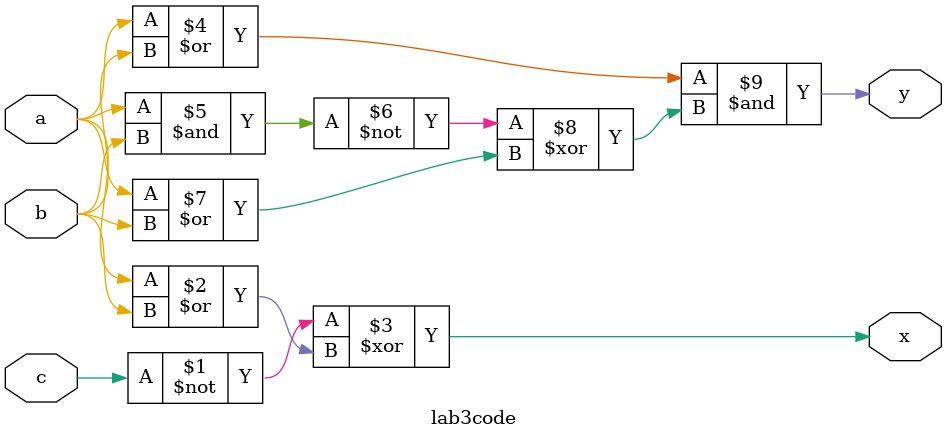
<source format=sv>
`timescale 1ns / 1ps


module lab3code(output x,y,
input a,b,c

    );
    assign x = (~(c)) ^ (a|b);
    assign y = (a|b)&(~(a&b)^(a|b)) ;
endmodule

</source>
